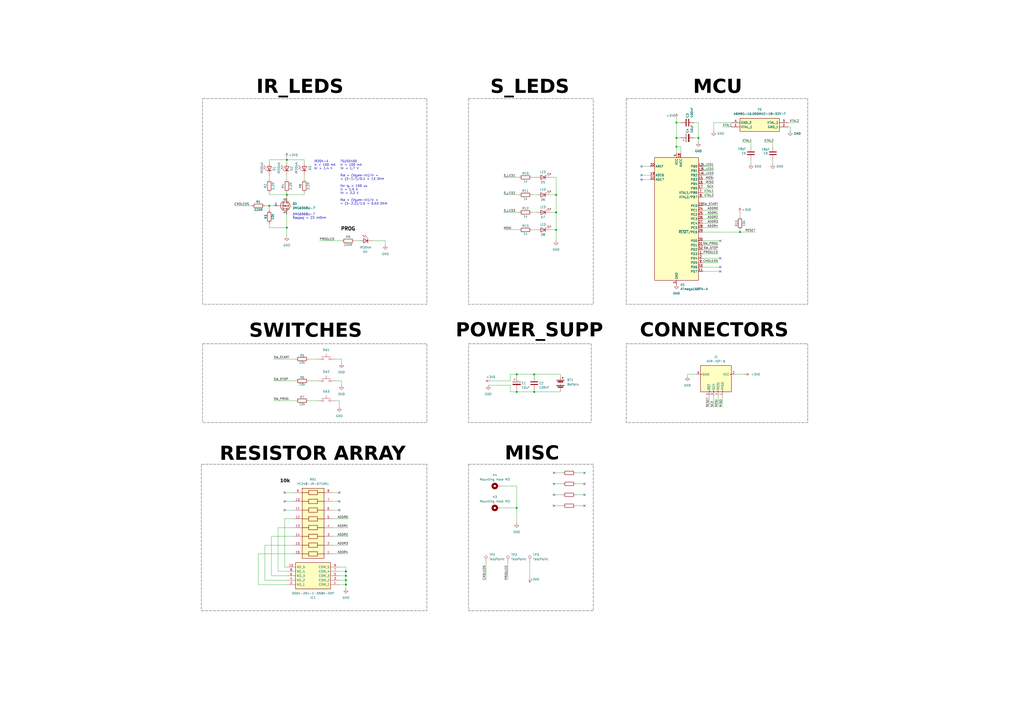
<source format=kicad_sch>
(kicad_sch (version 20231120) (generator "eeschema") (generator_version "8.0")
  (paper "A2")
  (title_block (title "RC5_Remote_Starter") (company "SPŠ NA PROSEKU") (comment 1 "SAVVA POPOV") (comment 2 "2EA") (comment 3 "L1"))
  (lib_symbols
    (symbol "Connector:AVR-ISP-6" (pin_names (offset 1.016))
      (property "Reference" "J" (at -6.35 11.43 0))
      (property "Value" "AVR-ISP-6" (at 0 11.43 0))
      (symbol "AVR-ISP-6_1_1"
        (pin passive line (at 10.16 5.08 180) (length 2.54) (name "MISO") (number "1"))
        (pin passive line (at -2.54 12.7 270) (length 2.54) (name "VCC") (number "2"))
        (pin passive line (at 10.16 0 180) (length 2.54) (name "SCK") (number "3"))
        (pin passive line (at 10.16 2.54 180) (length 2.54) (name "MOSI") (number "4"))
        (pin passive line (at 10.16 -2.54 180) (length 2.54) (name "~{RST}") (number "5"))
        (pin passive line (at -2.54 -10.16 90) (length 2.54) (name "GND") (number "6"))
      )
    )
    (symbol "Connector:TestPoint" (pin_numbers hide) (pin_names (offset 0.762) hide)
      (property "Reference" "TP" (at 0 6.858 0))
      (property "Value" "TestPoint" (at 0 5.08 0))
      (symbol "TestPoint_1_1"
        (pin passive line (at 0 0 90) (length 2.54) (name "1") (number "1"))
      )
    )
    (symbol "Device:Battery" (pin_numbers hide) (pin_names (offset 0) hide)
      (property "Reference" "BT" (at 2.54 2.54 0))
      (property "Value" "Battery" (at 2.54 0 0))
      (symbol "Battery_1_1"
        (pin passive line (at 0 5.08 270) (length 2.54) (name "+") (number "1"))
        (pin passive line (at 0 -5.08 90) (length 2.54) (name "-") (number "2"))
      )
    )
    (symbol "Device:C" (pin_numbers hide) (pin_names (offset 0.254))
      (property "Reference" "C" (at 0.635 2.54 0))
      (property "Value" "C" (at 0.635 -2.54 0))
      (symbol "C_1_1"
        (pin passive line (at 0 3.81 270) (length 2.794) (name "~") (number "1"))
        (pin passive line (at 0 -3.81 90) (length 2.794) (name "~") (number "2"))
      )
    )
    (symbol "Device:C_Polarized" (pin_numbers hide) (pin_names (offset 0.254))
      (property "Reference" "C" (at 0.635 2.54 0))
      (property "Value" "C_Polarized" (at 0.635 -2.54 0))
      (symbol "C_Polarized_1_1"
        (pin passive line (at 0 3.81 270) (length 2.794) (name "~") (number "1"))
        (pin passive line (at 0 -3.81 90) (length 2.794) (name "~") (number "2"))
      )
    )
    (symbol "Device:LED" (pin_numbers hide) (pin_names (offset 1.016) hide)
      (property "Reference" "D" (at 0 2.54 0))
      (property "Value" "LED" (at 0 -2.54 0))
      (symbol "LED_1_1"
        (pin passive line (at -3.81 0 0) (length 2.54) (name "K") (number "1"))
        (pin passive line (at 3.81 0 180) (length 2.54) (name "A") (number "2"))
      )
    )
    (symbol "Device:R" (pin_numbers hide) (pin_names (offset 0))
      (property "Reference" "R" (at 2.032 0 90))
      (property "Value" "R" (at 0 0 90))
      (symbol "R_1_1"
        (pin passive line (at 0 3.81 270) (length 1.27) (name "~") (number "1"))
        (pin passive line (at 0 -3.81 90) (length 1.27) (name "~") (number "2"))
      )
    )
    (symbol "LED:IR204A" (pin_numbers hide) (pin_names (offset 1.016) hide)
      (property "Reference" "D" (at 0.508 1.778 0))
      (property "Value" "IR204A" (at -1.016 -2.794 0))
      (symbol "IR204A_1_1"
        (pin passive line (at -5.08 0 0) (length 2.54) (name "K") (number "1"))
        (pin passive line (at 2.54 0 180) (length 2.54) (name "A") (number "2"))
      )
    )
    (symbol "MCU_Microchip_ATmega:ATmega168PA-A"
      (property "Reference" "U" (at -12.7 36.83 0))
      (property "Value" "ATmega168PA-A" (at 2.54 -36.83 0))
      (symbol "ATmega168PA-A_1_1"
        (pin bidirectional line (at 15.24 -20.32 180) (length 2.54) (name "PD3") (number "1"))
        (pin bidirectional line (at 15.24 -27.94 180) (length 2.54) (name "PD6") (number "10"))
        (pin bidirectional line (at 15.24 -30.48 180) (length 2.54) (name "PD7") (number "11"))
        (pin bidirectional line (at 15.24 30.48 180) (length 2.54) (name "PB0") (number "12"))
        (pin bidirectional line (at 15.24 27.94 180) (length 2.54) (name "PB1") (number "13"))
        (pin bidirectional line (at 15.24 25.4 180) (length 2.54) (name "PB2") (number "14"))
        (pin bidirectional line (at 15.24 22.86 180) (length 2.54) (name "PB3") (number "15"))
        (pin bidirectional line (at 15.24 20.32 180) (length 2.54) (name "PB4") (number "16"))
        (pin bidirectional line (at 15.24 17.78 180) (length 2.54) (name "PB5") (number "17"))
        (pin power_in line (at 2.54 38.1 270) (length 2.54) (name "AVCC") (number "18"))
        (pin input line (at -15.24 25.4 0) (length 2.54) (name "ADC6") (number "19"))
        (pin bidirectional line (at 15.24 -22.86 180) (length 2.54) (name "PD4") (number "2"))
        (pin passive line (at -15.24 30.48 0) (length 2.54) (name "AREF") (number "20"))
        (pin passive line (at 0 -38.1 90) (length 2.54) hide (name "GND") (number "21"))
        (pin input line (at -15.24 22.86 0) (length 2.54) (name "ADC7") (number "22"))
        (pin bidirectional line (at 15.24 7.62 180) (length 2.54) (name "PC0") (number "23"))
        (pin bidirectional line (at 15.24 5.08 180) (length 2.54) (name "PC1") (number "24"))
        (pin bidirectional line (at 15.24 2.54 180) (length 2.54) (name "PC2") (number "25"))
        (pin bidirectional line (at 15.24 0 180) (length 2.54) (name "PC3") (number "26"))
        (pin bidirectional line (at 15.24 -2.54 180) (length 2.54) (name "PC4") (number "27"))
        (pin bidirectional line (at 15.24 -5.08 180) (length 2.54) (name "PC5") (number "28"))
        (pin bidirectional line (at 15.24 -7.62 180) (length 2.54) (name "~{RESET}/PC6") (number "29"))
        (pin power_in line (at 0 -38.1 90) (length 2.54) (name "GND") (number "3"))
        (pin bidirectional line (at 15.24 -12.7 180) (length 2.54) (name "PD0") (number "30"))
        (pin bidirectional line (at 15.24 -15.24 180) (length 2.54) (name "PD1") (number "31"))
        (pin bidirectional line (at 15.24 -17.78 180) (length 2.54) (name "PD2") (number "32"))
        (pin power_in line (at 0 38.1 270) (length 2.54) (name "VCC") (number "4"))
        (pin passive line (at 0 -38.1 90) (length 2.54) hide (name "GND") (number "5"))
        (pin passive line (at 0 38.1 270) (length 2.54) hide (name "VCC") (number "6"))
        (pin bidirectional line (at 15.24 15.24 180) (length 2.54) (name "XTAL1/PB6") (number "7"))
        (pin bidirectional line (at 15.24 12.7 180) (length 2.54) (name "XTAL2/PB7") (number "8"))
        (pin bidirectional line (at 15.24 -25.4 180) (length 2.54) (name "PD5") (number "9"))
      )
    )
    (symbol "Mechanical:MountingHole_Pad" (pin_numbers hide) (pin_names (offset 1.016) hide) (exclude_from_sim yes) (in_bom no)
      (property "Reference" "H" (at 0 6.35 0))
      (property "Value" "MountingHole_Pad" (at 0 4.445 0))
      (symbol "MountingHole_Pad_1_1"
        (pin input line (at 0 -2.54 90) (length 2.54) (name "1") (number "1"))
      )
    )
    (symbol "SUMEC:ABM8G-16.000MHZ-18-D2Y-T"
      (property "Reference" "Y" (at 29.21 7.62 0))
      (property "Value" "ABM8G-16.000MHZ-18-D2Y-T" (at 29.21 5.08 0))
      (symbol "ABM8G-16.000MHZ-18-D2Y-T_1_1"
        (pin passive line (at 0 -2.54 0) (length 5.08) (name "XTAL_1") (number "1"))
        (pin passive line (at 33.02 -2.54 180) (length 5.08) (name "GND_1") (number "2"))
        (pin passive line (at 33.02 0 180) (length 5.08) (name "XTAL_2") (number "3"))
        (pin passive line (at 0 0 0) (length 5.08) (name "GND_2") (number "4"))
      )
    )
    (symbol "SUMEC:DS04-254-1-05BK-SMT"
      (property "Reference" "IC" (at 26.67 7.62 0))
      (property "Value" "DS04-254-1-05BK-SMT" (at 26.67 5.08 0))
      (symbol "DS04-254-1-05BK-SMT_1_1"
        (pin passive line (at 0 0 0) (length 5.08) (name "COM_1") (number "1"))
        (pin passive line (at 30.48 -10.16 180) (length 5.08) (name "NO_5") (number "10"))
        (pin passive line (at 30.48 0 180) (length 5.08) (name "NO_1") (number "2"))
        (pin passive line (at 0 -2.54 0) (length 5.08) (name "COM_2") (number "3"))
        (pin passive line (at 30.48 -2.54 180) (length 5.08) (name "NO_2") (number "4"))
        (pin passive line (at 0 -5.08 0) (length 5.08) (name "COM_3") (number "5"))
        (pin passive line (at 30.48 -5.08 180) (length 5.08) (name "NO_3") (number "6"))
        (pin passive line (at 0 -7.62 0) (length 5.08) (name "COM_4") (number "7"))
        (pin passive line (at 30.48 -7.62 180) (length 5.08) (name "NO_4") (number "8"))
        (pin passive line (at 0 -10.16 0) (length 5.08) (name "COM_5") (number "9"))
      )
    )
    (symbol "SUMEC:YC248-JR-0710KL" (pin_names hide)
      (property "Reference" "RN" (at 25.908 -2.54 0))
      (property "Value" "YC248-JR-0710KL" (at 25.908 -5.08 0))
      (symbol "YC248-JR-0710KL_1_1"
        (pin passive line (at 7.62 -15.24 90) (length 5.08) (name "1") (number "1"))
        (pin passive line (at 38.1 7.62 270) (length 5.08) (name "10") (number "10"))
        (pin passive line (at 33.02 7.62 270) (length 5.08) (name "11") (number "11"))
        (pin passive line (at 27.94 7.62 270) (length 5.08) (name "12") (number "12"))
        (pin passive line (at 22.86 7.62 270) (length 5.08) (name "13") (number "13"))
        (pin passive line (at 17.78 7.62 270) (length 5.08) (name "14") (number "14"))
        (pin passive line (at 12.7 7.62 270) (length 5.08) (name "15") (number "15"))
        (pin passive line (at 7.62 7.62 270) (length 5.08) (name "16") (number "16"))
        (pin passive line (at 12.7 -15.24 90) (length 5.08) (name "2") (number "2"))
        (pin passive line (at 17.78 -15.24 90) (length 5.08) (name "3") (number "3"))
        (pin passive line (at 22.86 -15.24 90) (length 5.08) (name "4") (number "4"))
        (pin passive line (at 27.94 -15.24 90) (length 5.08) (name "5") (number "5"))
        (pin passive line (at 33.02 -15.24 90) (length 5.08) (name "6") (number "6"))
        (pin passive line (at 38.1 -15.24 90) (length 5.08) (name "7") (number "7"))
        (pin passive line (at 43.18 -15.24 90) (length 5.08) (name "8") (number "8"))
        (pin passive line (at 43.18 7.62 270) (length 5.08) (name "9") (number "9"))
      )
    )
    (symbol "Simulation_SPICE:NMOS" (pin_numbers hide) (pin_names (offset 0))
      (property "Reference" "Q" (at 5.08 1.27 0))
      (property "Value" "NMOS" (at 5.08 -1.27 0))
      (symbol "NMOS_1_1"
        (pin passive line (at 2.54 5.08 270) (length 2.54) (name "D") (number "1"))
        (pin input line (at -5.08 0 0) (length 2.54) (name "G") (number "2"))
        (pin passive line (at 2.54 -5.08 90) (length 2.54) (name "S") (number "3"))
      )
    )
    (symbol "Switch:SW_Push" (pin_numbers hide) (pin_names (offset 1.016) hide)
      (property "Reference" "SW" (at 1.27 2.54 0))
      (property "Value" "SW_Push" (at 0 -1.524 0))
      (symbol "SW_Push_0_1"
        (pin passive line (at -5.08 0 0) (length 2.54) (name "1") (number "1"))
        (pin passive line (at 5.08 0 180) (length 2.54) (name "2") (number "2"))
      )
    )
    (symbol "power:+3V0" (power) (pin_numbers hide) (pin_names (offset 0) hide)
      (property "Value" "+3V0" (at 0 3.556 0))
      (symbol "+3V0_1_1"
        (pin power_in line (at 0 0 90) (length 0) (name "~") (number "1"))
      )
    )
    (symbol "power:GND" (power) (pin_numbers hide) (pin_names (offset 0) hide)
      (property "Value" "GND" (at 0 -3.81 0))
      (symbol "GND_1_1"
        (pin power_in line (at 0 0 270) (length 0) (name "~") (number "1"))
      )
    )
  )
  (junction (at 200.66 336.55))
  (junction (at 156.21 119.38))
  (junction (at 309.88 217.17))
  (junction (at 392.43 85.09))
  (junction (at 200.66 331.47))
  (junction (at 309.88 227.33))
  (junction (at 166.37 113.03))
  (junction (at 392.43 80.01))
  (junction (at 322.58 113.03))
  (junction (at 166.37 132.08))
  (junction (at 200.66 334.01))
  (junction (at 299.72 217.17))
  (junction (at 392.43 71.12))
  (junction (at 299.72 294.64))
  (junction (at 429.26 134.62))
  (junction (at 405.13 80.01))
  (junction (at 166.37 92.71))
  (junction (at 322.58 123.19))
  (junction (at 200.66 339.09))
  (junction (at 299.72 227.33))
  (junction (at 322.58 133.35))
  (no_connect (at 321.31 293.37))
  (no_connect (at 321.31 280.67))
  (no_connect (at 321.31 274.32))
  (no_connect (at 196.85 285.75))
  (no_connect (at 417.83 154.94))
  (no_connect (at 339.09 293.37))
  (no_connect (at 196.85 295.91))
  (no_connect (at 165.1 285.75))
  (no_connect (at 372.11 101.6))
  (no_connect (at 165.1 290.83))
  (no_connect (at 165.1 295.91))
  (no_connect (at 339.09 280.67))
  (no_connect (at 339.09 274.32))
  (no_connect (at 417.83 149.86))
  (no_connect (at 196.85 290.83))
  (no_connect (at 372.11 104.14))
  (no_connect (at 372.11 96.52))
  (no_connect (at 417.83 139.7))
  (no_connect (at 417.83 157.48))
  (no_connect (at 339.09 287.02))
  (no_connect (at 321.31 287.02))
  (wire (pts (xy 309.88 227.33) (xy 325.12 227.33)) (stroke (width 0.1524)))
  (wire (pts (xy 308.61 123.19) (xy 309.88 123.19)))
  (wire (pts (xy 372.11 101.6) (xy 377.19 101.6)))
  (wire (pts (xy 223.52 139.7) (xy 223.52 142.24)) (stroke (width 0.1524)))
  (wire (pts (xy 281.94 326.39) (xy 281.94 336.55)))
  (wire (pts (xy 417.83 154.94) (xy 407.67 154.94)))
  (wire (pts (xy 283.21 223.52) (xy 295.91 223.52)) (stroke (width 0.1524)))
  (wire (pts (xy 166.37 336.55) (xy 153.67 336.55)))
  (wire (pts (xy 318.77 102.87) (xy 322.58 102.87)) (stroke (width 0.1524)))
  (wire (pts (xy 448.31 82.55) (xy 448.31 85.09)))
  (wire (pts (xy 407.67 104.14) (xy 414.02 104.14)))
  (wire (pts (xy 407.67 121.92) (xy 416.56 121.92)))
  (wire (pts (xy 165.1 295.91) (xy 170.18 295.91)))
  (wire (pts (xy 153.67 336.55) (xy 153.67 316.23)))
  (wire (pts (xy 193.04 316.23) (xy 201.93 316.23)))
  (wire (pts (xy 308.61 113.03) (xy 309.88 113.03)))
  (wire (pts (xy 321.31 280.67) (xy 326.39 280.67)))
  (wire (pts (xy 157.48 311.15) (xy 170.18 311.15)))
  (wire (pts (xy 443.23 82.55) (xy 448.31 82.55)))
  (wire (pts (xy 166.37 132.08) (xy 166.37 124.46)) (stroke (width 0.1524)))
  (wire (pts (xy 339.09 287.02) (xy 334.01 287.02)))
  (wire (pts (xy 392.43 71.12) (xy 394.97 71.12)))
  (wire (pts (xy 414.02 229.87) (xy 414.02 236.22)))
  (wire (pts (xy 171.45 208.28) (xy 158.75 208.28)) (stroke (width 0.1524)))
  (wire (pts (xy 166.37 328.93) (xy 165.1 328.93)))
  (wire (pts (xy 166.37 92.71) (xy 176.53 92.71)))
  (wire (pts (xy 161.29 306.07) (xy 170.18 306.07)))
  (wire (pts (xy 322.58 113.03) (xy 322.58 123.19)) (stroke (width 0.1524)))
  (wire (pts (xy 299.72 217.17) (xy 299.72 218.44)))
  (wire (pts (xy 295.91 227.33) (xy 299.72 227.33)) (stroke (width 0.1524)))
  (wire (pts (xy 429.26 133.35) (xy 429.26 134.62)))
  (wire (pts (xy 166.37 334.01) (xy 157.48 334.01)))
  (wire (pts (xy 392.43 71.12) (xy 392.43 80.01)))
  (wire (pts (xy 176.53 101.6) (xy 176.53 104.14)))
  (wire (pts (xy 185.42 139.7) (xy 198.12 139.7)))
  (wire (pts (xy 179.07 232.41) (xy 181.61 232.41)))
  (wire (pts (xy 299.72 281.94) (xy 299.72 294.64)))
  (wire (pts (xy 200.66 331.47) (xy 200.66 328.93)))
  (wire (pts (xy 166.37 339.09) (xy 149.86 339.09)))
  (wire (pts (xy 407.67 99.06) (xy 414.02 99.06)))
  (wire (pts (xy 411.48 229.87) (xy 411.48 236.22)))
  (wire (pts (xy 179.07 208.28) (xy 184.15 208.28)))
  (wire (pts (xy 407.67 111.76) (xy 414.02 111.76)))
  (wire (pts (xy 407.67 127) (xy 416.56 127)))
  (wire (pts (xy 398.78 217.17) (xy 398.78 218.44)))
  (wire (pts (xy 405.13 71.12) (xy 402.59 71.12)))
  (wire (pts (xy 407.67 124.46) (xy 416.56 124.46)))
  (wire (pts (xy 165.1 290.83) (xy 170.18 290.83)))
  (wire (pts (xy 198.12 208.28) (xy 194.31 208.28)) (stroke (width 0.1524)))
  (wire (pts (xy 200.66 336.55) (xy 196.85 336.55)))
  (wire (pts (xy 407.67 96.52) (xy 414.02 96.52)))
  (wire (pts (xy 166.37 91.44) (xy 166.37 92.71)))
  (wire (pts (xy 407.67 134.62) (xy 429.26 134.62)))
  (wire (pts (xy 176.53 92.71) (xy 176.53 93.98)))
  (wire (pts (xy 339.09 274.32) (xy 334.01 274.32)))
  (wire (pts (xy 402.59 80.01) (xy 405.13 80.01)))
  (wire (pts (xy 299.72 227.33) (xy 309.88 227.33)) (stroke (width 0.1524)))
  (wire (pts (xy 405.13 71.12) (xy 405.13 80.01)))
  (wire (pts (xy 407.67 129.54) (xy 416.56 129.54)))
  (wire (pts (xy 311.15 102.87) (xy 309.88 102.87)) (stroke (width 0.1524)))
  (wire (pts (xy 394.97 88.9) (xy 394.97 85.09)))
  (wire (pts (xy 458.47 73.66) (xy 457.2 73.66)))
  (wire (pts (xy 407.67 119.38) (xy 416.56 119.38)))
  (wire (pts (xy 394.97 80.01) (xy 392.43 80.01)))
  (wire (pts (xy 392.43 80.01) (xy 392.43 85.09)))
  (wire (pts (xy 407.67 144.78) (xy 416.56 144.78)))
  (wire (pts (xy 394.97 85.09) (xy 392.43 85.09)))
  (wire (pts (xy 158.75 232.41) (xy 171.45 232.41)) (stroke (width 0.1524)))
  (wire (pts (xy 431.8 217.17) (xy 426.72 217.17)))
  (wire (pts (xy 417.83 139.7) (xy 407.67 139.7)))
  (wire (pts (xy 196.85 339.09) (xy 200.66 339.09)))
  (wire (pts (xy 392.43 85.09) (xy 392.43 88.9)))
  (wire (pts (xy 200.66 341.63) (xy 200.66 339.09)))
  (wire (pts (xy 198.12 208.28) (xy 198.12 210.82)) (stroke (width 0.1524)))
  (wire (pts (xy 407.67 132.08) (xy 416.56 132.08)))
  (wire (pts (xy 299.72 217.17) (xy 309.88 217.17)) (stroke (width 0.1524)))
  (wire (pts (xy 318.77 133.35) (xy 322.58 133.35)) (stroke (width 0.1524)))
  (wire (pts (xy 407.67 101.6) (xy 414.02 101.6)))
  (wire (pts (xy 372.11 96.52) (xy 377.19 96.52)))
  (wire (pts (xy 205.74 139.7) (xy 207.01 139.7)))
  (wire (pts (xy 429.26 123.19) (xy 429.26 125.73)))
  (wire (pts (xy 200.66 334.01) (xy 196.85 334.01)))
  (wire (pts (xy 166.37 331.47) (xy 161.29 331.47)))
  (wire (pts (xy 158.75 220.98) (xy 171.45 220.98)))
  (wire (pts (xy 200.66 339.09) (xy 200.66 336.55)))
  (wire (pts (xy 392.43 68.58) (xy 392.43 71.12)))
  (wire (pts (xy 405.13 82.55) (xy 405.13 80.01)))
  (wire (pts (xy 419.1 229.87) (xy 419.1 236.22)))
  (wire (pts (xy 309.88 226.06) (xy 309.88 227.33)))
  (wire (pts (xy 156.21 119.38) (xy 156.21 121.92)) (stroke (width 0.1524)))
  (wire (pts (xy 339.09 280.67) (xy 334.01 280.67)))
  (wire (pts (xy 308.61 102.87) (xy 309.88 102.87)))
  (wire (pts (xy 414.02 71.12) (xy 414.02 76.2)))
  (wire (pts (xy 165.1 328.93) (xy 165.1 300.99)))
  (wire (pts (xy 200.66 334.01) (xy 200.66 331.47)))
  (wire (pts (xy 156.21 92.71) (xy 166.37 92.71)))
  (wire (pts (xy 194.31 232.41) (xy 196.85 232.41)) (stroke (width 0.1524)))
  (wire (pts (xy 179.07 220.98) (xy 184.15 220.98)))
  (wire (pts (xy 166.37 113.03) (xy 156.21 113.03)))
  (wire (pts (xy 307.34 335.28) (xy 307.34 326.39)))
  (wire (pts (xy 417.83 149.86) (xy 407.67 149.86)))
  (wire (pts (xy 398.78 217.17) (xy 403.86 217.17)))
  (wire (pts (xy 318.77 123.19) (xy 322.58 123.19)) (stroke (width 0.1524)))
  (wire (pts (xy 435.61 82.55) (xy 435.61 85.09)))
  (wire (pts (xy 215.9 139.7) (xy 223.52 139.7)) (stroke (width 0.1524)))
  (wire (pts (xy 193.04 321.31) (xy 201.93 321.31)))
  (wire (pts (xy 156.21 129.54) (xy 156.21 132.08)))
  (wire (pts (xy 309.88 217.17) (xy 309.88 218.44)))
  (wire (pts (xy 290.83 281.94) (xy 299.72 281.94)))
  (wire (pts (xy 153.67 119.38) (xy 156.21 119.38)) (stroke (width 0.1524)))
  (wire (pts (xy 193.04 311.15) (xy 201.93 311.15)))
  (wire (pts (xy 416.56 229.87) (xy 416.56 236.22)))
  (wire (pts (xy 414.02 114.3) (xy 407.67 114.3)))
  (wire (pts (xy 322.58 102.87) (xy 322.58 113.03)) (stroke (width 0.1524)))
  (wire (pts (xy 322.58 123.19) (xy 322.58 133.35)) (stroke (width 0.1524)))
  (wire (pts (xy 339.09 293.37) (xy 334.01 293.37)))
  (wire (pts (xy 196.85 232.41) (xy 196.85 236.22)) (stroke (width 0.1524)))
  (wire (pts (xy 166.37 111.76) (xy 166.37 113.03)))
  (wire (pts (xy 299.72 123.19) (xy 292.1 123.19)) (stroke (width 0.1524)))
  (wire (pts (xy 321.31 293.37) (xy 326.39 293.37)))
  (wire (pts (xy 156.21 132.08) (xy 166.37 132.08)) (stroke (width 0.1524)))
  (wire (pts (xy 407.67 152.4) (xy 416.56 152.4)))
  (wire (pts (xy 156.21 119.38) (xy 158.75 119.38)) (stroke (width 0.1524)))
  (wire (pts (xy 208.28 139.7) (xy 207.01 139.7)) (stroke (width 0.1524)))
  (wire (pts (xy 290.83 294.64) (xy 299.72 294.64)))
  (wire (pts (xy 181.61 232.41) (xy 184.15 232.41)) (stroke (width 0.1524)))
  (wire (pts (xy 322.58 133.35) (xy 322.58 139.7)) (stroke (width 0.1524)))
  (wire (pts (xy 407.67 142.24) (xy 416.56 142.24)))
  (wire (pts (xy 299.72 133.35) (xy 292.1 133.35)) (stroke (width 0.1524)))
  (wire (pts (xy 299.72 226.06) (xy 299.72 227.33)))
  (wire (pts (xy 407.67 109.22) (xy 414.02 109.22)))
  (wire (pts (xy 299.72 102.87) (xy 292.1 102.87)) (stroke (width 0.1524)))
  (wire (pts (xy 429.26 134.62) (xy 438.15 134.62)))
  (wire (pts (xy 153.67 316.23) (xy 170.18 316.23)))
  (wire (pts (xy 156.21 93.98) (xy 156.21 92.71)))
  (wire (pts (xy 196.85 285.75) (xy 193.04 285.75)))
  (wire (pts (xy 176.53 113.03) (xy 166.37 113.03)))
  (wire (pts (xy 156.21 101.6) (xy 156.21 104.14)))
  (wire (pts (xy 196.85 295.91) (xy 193.04 295.91)))
  (wire (pts (xy 414.02 71.12) (xy 424.18 71.12)))
  (wire (pts (xy 193.04 300.99) (xy 201.93 300.99)))
  (wire (pts (xy 463.55 71.12) (xy 457.2 71.12)))
  (wire (pts (xy 458.47 73.66) (xy 458.47 76.2)))
  (wire (pts (xy 299.72 113.03) (xy 300.99 113.03)))
  (wire (pts (xy 295.91 223.52) (xy 295.91 227.33)) (stroke (width 0.1524)))
  (wire (pts (xy 419.1 73.66) (xy 424.18 73.66)))
  (wire (pts (xy 299.72 294.64) (xy 299.72 303.53)))
  (wire (pts (xy 321.31 287.02) (xy 326.39 287.02)))
  (wire (pts (xy 299.72 133.35) (xy 300.99 133.35)))
  (wire (pts (xy 149.86 321.31) (xy 170.18 321.31)))
  (wire (pts (xy 166.37 137.16) (xy 166.37 132.08)))
  (wire (pts (xy 200.66 336.55) (xy 200.66 334.01)))
  (wire (pts (xy 299.72 113.03) (xy 292.1 113.03)) (stroke (width 0.1524)))
  (wire (pts (xy 200.66 328.93) (xy 196.85 328.93)))
  (wire (pts (xy 311.15 123.19) (xy 309.88 123.19)) (stroke (width 0.1524)))
  (wire (pts (xy 198.12 220.98) (xy 194.31 220.98)) (stroke (width 0.1524)))
  (wire (pts (xy 176.53 111.76) (xy 176.53 113.03)))
  (wire (pts (xy 309.88 217.17) (xy 325.12 217.17)) (stroke (width 0.1524)))
  (wire (pts (xy 430.53 82.55) (xy 435.61 82.55)))
  (wire (pts (xy 166.37 101.6) (xy 166.37 104.14)))
  (wire (pts (xy 157.48 334.01) (xy 157.48 311.15)))
  (wire (pts (xy 135.89 119.38) (xy 146.05 119.38)))
  (wire (pts (xy 165.1 300.99) (xy 170.18 300.99)))
  (wire (pts (xy 166.37 113.03) (xy 166.37 114.3)))
  (wire (pts (xy 294.64 326.39) (xy 294.64 336.55)))
  (wire (pts (xy 284.48 220.98) (xy 295.91 220.98)) (stroke (width 0.1524)))
  (wire (pts (xy 166.37 92.71) (xy 166.37 93.98)))
  (wire (pts (xy 156.21 111.76) (xy 156.21 113.03)))
  (wire (pts (xy 448.31 92.71) (xy 448.31 95.25)))
  (wire (pts (xy 372.11 104.14) (xy 377.19 104.14)))
  (wire (pts (xy 321.31 274.32) (xy 326.39 274.32)))
  (wire (pts (xy 198.12 220.98) (xy 198.12 223.52)) (stroke (width 0.1524)))
  (wire (pts (xy 311.15 113.03) (xy 309.88 113.03)) (stroke (width 0.1524)))
  (wire (pts (xy 161.29 331.47) (xy 161.29 306.07)))
  (wire (pts (xy 200.66 331.47) (xy 196.85 331.47)))
  (wire (pts (xy 407.67 147.32) (xy 416.56 147.32)))
  (wire (pts (xy 149.86 339.09) (xy 149.86 321.31)))
  (wire (pts (xy 318.77 113.03) (xy 322.58 113.03)) (stroke (width 0.1524)))
  (wire (pts (xy 435.61 92.71) (xy 435.61 95.25)))
  (wire (pts (xy 299.72 102.87) (xy 300.99 102.87)))
  (wire (pts (xy 308.61 133.35) (xy 311.15 133.35)) (stroke (width 0.1524)))
  (wire (pts (xy 295.91 217.17) (xy 299.72 217.17)) (stroke (width 0.1524)))
  (wire (pts (xy 165.1 285.75) (xy 170.18 285.75)))
  (wire (pts (xy 299.72 123.19) (xy 300.99 123.19)))
  (wire (pts (xy 193.04 306.07) (xy 201.93 306.07)))
  (wire (pts (xy 196.85 290.83) (xy 193.04 290.83)))
  (wire (pts (xy 407.67 106.68) (xy 414.02 106.68)))
  (wire (pts (xy 417.83 157.48) (xy 407.67 157.48)))
  (wire (pts (xy 295.91 220.98) (xy 295.91 217.17)) (stroke (width 0.1524)))
  (rectangle (start 117.475 57.15) (end 247.65 176.53) (stroke (width 0) (type dash) (color 0 0 0 1)))
  (rectangle (start 117.475 199.39) (end 247.65 245.11) (stroke (width 0) (type dash) (color 0 0 0 1)))
  (rectangle (start 271.78 199.39) (end 342.9 245.11) (stroke (width 0) (type dash) (color 0 0 0 1)))
  (rectangle (start 271.78 269.24) (end 344.17 354.33) (stroke (width 0) (type dash) (color 0 0 0 1)))
  (rectangle (start 116.84 269.24) (end 247.65 354.33) (stroke (width 0) (type dash) (color 0 0 0 1)))
  (rectangle (start 363.22 199.39) (end 468.63 245.11) (stroke (width 0) (type dash) (color 0 0 0 1)))
  (rectangle (start 271.78 57.15) (end 344.17 176.53) (stroke (width 0) (type dash) (color 0 0 0 1)))
  (rectangle (start 363.22 57.15) (end 468.63 176.53) (stroke (width 0) (type dash) (color 0 0 0 1)))
  (text "MISC" (at 308.61 265.43 0) (effects (font (size 8 8) (thickness 1.2) (bold yes))))
  (text "MCU" (at 416.306 52.832 0) (effects (font (size 8 8) (thickness 1.2) (bold yes))))
  (text "IR204-A\nI_{F} = 100 mA\nV_{F} = 1.4 V" (at 182.118 92.964 0) (effects (font (size 1.27 1.27)) (justify left top)))
  (text "SWITCHES" (at 177.292 194.31 0) (effects (font (size 8 8) (thickness 1.2) (bold yes))))
  (text "10k" (at 165.354 279.654 0) (effects (font (size 2 2) (thickness 0.4) (bold yes))))
  (text "POWER_SUPP" (at 307.086 194.056 0) (effects (font (size 8 8) (thickness 1.2) (bold yes))))
  (text "RESISTOR ARRAY" (at 181.356 265.684 0) (effects (font (size 8 8) (thickness 1.2) (bold yes))))
  (text "TSUS5400\nI_{F} = 100 mA\nV_{F} = 1.7 V\n\nR_{IR} = (V_{SUPP}-V_{F})/I_{F} =\n= (3-1.7)/0.1 = 13 Ohm\n\nfor t_{p} < 100 us\nI_{F} = 1.5 A\nV_{F} = 2.2 V\n\nR_{IR} = (V_{SUPP}-V_{F})/I_{F} =\n= (3-2.2)/1.5 = 0.53 Ohm\n" (at 197.358 92.964 0) (effects (font (size 1.27 1.27)) (justify left top)))
  (text "S_LEDS" (at 307.34 52.832 0) (effects (font (size 8 8) (thickness 1.2) (bold yes))))
  (text "CONNECTORS" (at 414.274 194.056 0) (effects (font (size 8 8) (thickness 1.2) (bold yes))))
  (text "IR_LEDS" (at 173.99 52.832 0) (effects (font (size 8 8) (thickness 1.2) (bold yes))))
  (text "PROG" (at 201.93 132.842 0) (effects (font (size 2 2) (bold yes))))
  (text "DMG6968U-7\nR_{DS(ON)} = 23 mOhm" (at 169.672 123.698 0) (effects (font (size 1.27 1.27)) (justify left top)))
  (label "MISO" (at 419.1 236.22 90) (effects (font (size 1.2446 1.2446))))
  (label "XTAL1" (at 414.02 111.76 180) (effects (font (size 1.2446 1.2446))))
  (label "MOSI" (at 416.56 236.22 90) (effects (font (size 1.2446 1.2446))))
  (label "XTAL2" (at 443.23 82.55 0) (effects (font (size 1.2446 1.2446))))
  (label "PROGLED" (at 185.42 139.7 0) (effects (font (size 1.2446 1.2446))))
  (label "CMDLEDS" (at 281.94 336.55 90) (effects (font (size 1.2446 1.2446))))
  (label "SW_PROG" (at 416.56 142.24 180) (effects (font (size 1.2446 1.2446))))
  (label "ADDR2" (at 416.56 127 180) (effects (font (size 1.2446 1.2446))))
  (label "S_LED1" (at 292.1 102.87 0) (effects (font (size 1.2446 1.2446))))
  (label "PROGLED" (at 294.64 336.55 90) (effects (font (size 1.2446 1.2446))))
  (label "SCK" (at 414.02 236.22 90) (effects (font (size 1.2446 1.2446))))
  (label "XTAL1" (at 419.1 73.66 0) (effects (font (size 1.2446 1.2446))))
  (label "ADDR0" (at 201.93 300.99 180) (effects (font (size 1.2446 1.2446))))
  (label "MOSI" (at 292.1 133.35 0) (effects (font (size 1.2446 1.2446))))
  (label "RESET" (at 438.15 134.62 180) (effects (font (size 1.2446 1.2446))))
  (label "SW_START" (at 158.75 208.28 0) (effects (font (size 1.2446 1.2446))))
  (label "MISO" (at 414.02 106.68 180) (effects (font (size 1.2446 1.2446))))
  (label "MOSI" (at 414.02 104.14 180) (effects (font (size 1.2446 1.2446))))
  (label "S_LED3" (at 292.1 123.19 0) (effects (font (size 1.2446 1.2446))))
  (label "XTAL2" (at 463.55 71.12 180) (effects (font (size 1.2446 1.2446))))
  (label "ADDR1" (at 416.56 124.46 180) (effects (font (size 1.2446 1.2446))))
  (label "SW_STOP" (at 158.75 220.98 0) (effects (font (size 1.2446 1.2446))))
  (label "RESET" (at 411.48 236.22 90) (effects (font (size 1.2446 1.2446))))
  (label "S_LED2" (at 292.1 113.03 0) (effects (font (size 1.2446 1.2446))))
  (label "SW_START" (at 416.56 119.38 180) (effects (font (size 1.2446 1.2446))))
  (label "S_LED3" (at 414.02 101.6 180) (effects (font (size 1.2446 1.2446))))
  (label "S_LED2" (at 414.02 99.06 180) (effects (font (size 1.2446 1.2446))))
  (label "ADDR3" (at 416.56 129.54 180) (effects (font (size 1.2446 1.2446))))
  (label "ADDR1" (at 201.93 306.07 180) (effects (font (size 1.2446 1.2446))))
  (label "ADDR2" (at 201.93 311.15 180) (effects (font (size 1.2446 1.2446))))
  (label "ADDR0" (at 416.56 121.92 180) (effects (font (size 1.2446 1.2446))))
  (label "CMDLEDS" (at 135.89 119.38 0) (effects (font (size 1.2446 1.2446))))
  (label "ADDR3" (at 201.93 316.23 180) (effects (font (size 1.2446 1.2446))))
  (label "PROGLED" (at 416.56 147.32 180) (effects (font (size 1.2446 1.2446))))
  (label "XTAL1" (at 430.53 82.55 0) (effects (font (size 1.2446 1.2446))))
  (label "XTAL2" (at 414.02 114.3 180) (effects (font (size 1.2446 1.2446))))
  (label "ADDR4" (at 416.56 132.08 180) (effects (font (size 1.2446 1.2446))))
  (label "CMDLEDS" (at 416.56 152.4 180) (effects (font (size 1.2446 1.2446))))
  (label "ADDR4" (at 201.93 321.31 180) (effects (font (size 1.2446 1.2446))))
  (label "SCK" (at 414.02 109.22 180) (effects (font (size 1.2446 1.2446))))
  (label "SW_PROG" (at 158.75 232.41 0) (effects (font (size 1.2446 1.2446))))
  (label "S_LED1" (at 414.02 96.52 180) (effects (font (size 1.2446 1.2446))))
  (label "SW_STOP" (at 416.56 144.78 180) (effects (font (size 1.2446 1.2446))))
  (symbol (lib_id "Device:C") (at 398.78 71.12 90) (unit 1)
    (property "Reference" "C3" (at 398.78 68.326 0) (effects (justify left)))
    (property "Value" "100nF" (at 401.32 68.326 0) (effects (justify left)))
    (property "Footprint" "Capacitor_SMD:C_0805_2012Metric_Pad1.18x1.45mm_HandSolder" (effects (hide yes)))
    (property "Description" "Unpolarized capacitor" (effects (hide yes)))
  )
  (symbol (lib_id "Device:R") (at 330.2 280.67 90) (unit 1)
    (property "Reference" "R16" (effects (hide yes)))
    (property "Value" "R" (effects (hide yes)))
    (property "Footprint" "sumec-smdV2_library:SPS LOGO" (effects (hide yes)))
    (property "Description" "Resistor" (effects (hide yes)))
  )
  (symbol (lib_id "power:GND") (at 223.52 142.24 0) (unit 1)
    (property "Reference" "#PWR07" (effects (hide yes)))
    (property "Value" "GND" (at 223.52 147.32 0))
    (property "Description" "Power symbol creates a global label with name \"GND\" , ground" (effects (hide yes)))
  )
  (symbol (lib_id "Connector:TestPoint") (at 307.34 326.39 0) (unit 1)
    (property "Reference" "TP3" (at 309.118 321.818 0) (effects (justify left)))
    (property "Value" "TestPoint" (at 309.118 324.358 0) (effects (justify left)))
    (property "Footprint" "TestPoint:TestPoint_Pad_D1.5mm" (effects (hide yes)))
    (property "Description" "test point" (effects (hide yes)))
  )
  (symbol (lib_id "power:GND") (at 392.43 165.1 0) (unit 1)
    (property "Reference" "#PWR012" (effects (hide yes)))
    (property "Value" "GND" (at 392.43 170.18 0))
    (property "Description" "Power symbol creates a global label with name \"GND\" , ground" (effects (hide yes)))
  )
  (symbol (lib_id "Connector:TestPoint") (at 281.94 326.39 0) (unit 1)
    (property "Reference" "TP1" (at 283.718 321.818 0) (effects (justify left)))
    (property "Value" "TestPoint" (at 283.718 324.358 0) (effects (justify left)))
    (property "Footprint" "TestPoint:TestPoint_Pad_D1.5mm" (effects (hide yes)))
    (property "Description" "test point" (effects (hide yes)))
  )
  (symbol (lib_id "power:GND") (at 322.58 139.7 0) (unit 1)
    (property "Reference" "#PWR010" (effects (hide yes)))
    (property "Value" "GND" (at 322.58 144.78 0))
    (property "Description" "Power symbol creates a global label with name \"GND\" , ground" (effects (hide yes)))
  )
  (symbol (lib_id "Switch:SW_Push") (at 189.23 232.41 0) (unit 1)
    (property "Reference" "SW3" (at 189.23 227.076 0))
    (property "Value" "SW_Push" (effects (hide yes)))
    (property "Footprint" "Button_Switch_THT:SW_PUSH_6mm" (effects (hide yes)))
    (property "Description" "Push button switch, generic, two pins" (effects (hide yes)))
  )
  (symbol (lib_id "LED:IR204A") (at 166.37 96.52 90) (unit 1)
    (property "Reference" "D2" (at 169.164 97.79 0))
    (property "Value" "IR204A" (at 161.798 97.536 0))
    (property "Footprint" "LED_THT:LED_D3.0mm_Horizontal_O3.81mm_Z10.0mm_flipped_no_silk" (effects (hide yes)))
    (property "Datasheet" "http://www.everlight.com/file/ProductFile/IR204-A.pdf" (effects (hide yes)))
    (property "Description" "Infrared LED , 3mm LED package" (effects (hide yes)))
  )
  (symbol (lib_id "Device:R") (at 175.26 220.98 90) (unit 1)
    (property "Reference" "R6" (at 175.26 218.948 90))
    (property "Value" "10k" (at 175.26 223.012 90))
    (property "Footprint" "Resistor_SMD:R_0805_2012Metric_Pad1.20x1.40mm_HandSolder" (effects (hide yes)))
    (property "Description" "Resistor" (effects (hide yes)))
  )
  (symbol (lib_id "Device:C_Polarized") (at 398.78 80.01 90) (unit 1)
    (property "Reference" "C4" (at 398.78 77.216 0) (effects (justify left)))
    (property "Value" "10uF" (at 401.32 77.216 0) (effects (justify left)))
    (property "Footprint" "Capacitor_Tantalum_SMD:CP_EIA-3216-18_Kemet-A_Pad1.58x1.35mm_HandSolder" (effects (hide yes)))
    (property "Description" "Polarized capacitor" (effects (hide yes)))
  )
  (symbol (lib_id "Device:R") (at 330.2 293.37 90) (unit 1)
    (property "Reference" "R18" (effects (hide yes)))
    (property "Value" "R" (effects (hide yes)))
    (property "Footprint" "sumec-smdV2_library:Logo" (effects (hide yes)))
    (property "Description" "Resistor" (effects (hide yes)))
  )
  (symbol (lib_id "power:GND") (at 299.72 303.53 0) (unit 1)
    (property "Reference" "#PWR021" (effects (hide yes)))
    (property "Value" "GND" (at 299.72 308.61 0))
    (property "Description" "Power symbol creates a global label with name \"GND\" , ground" (effects (hide yes)))
  )
  (symbol (lib_id "power:GND") (at 200.66 341.63 0) (unit 1)
    (property "Reference" "#PWR06" (effects (hide yes)))
    (property "Value" "GND" (at 200.66 346.71 0))
    (property "Description" "Power symbol creates a global label with name \"GND\" , ground" (effects (hide yes)))
  )
  (symbol (lib_id "power:GND") (at 448.31 95.25 0) (unit 1)
    (property "Reference" "#PWR019" (effects (hide yes)))
    (property "Value" "GND" (at 452.374 96.52 0))
    (property "Description" "Power symbol creates a global label with name \"GND\" , ground" (effects (hide yes)))
  )
  (symbol (lib_id "Device:LED") (at 314.96 102.87 180) (unit 1)
    (property "Reference" "D5" (at 314.96 105.664 0))
    (property "Value" "LED" (at 314.96 99.822 0))
    (property "Footprint" "LED_SMD:LED_0805_2012Metric_Pad1.15x1.40mm_HandSolder" (effects (hide yes)))
    (property "Description" "Light emitting diode" (effects (hide yes)))
  )
  (symbol (lib_id "power:GND") (at 414.02 76.2 0) (unit 1)
    (property "Reference" "#PWR015" (effects (hide yes)))
    (property "Value" "GND" (at 418.084 77.47 0))
    (property "Description" "Power symbol creates a global label with name \"GND\" , ground" (effects (hide yes)))
  )
  (symbol (lib_id "Mechanical:MountingHole_Pad") (at 288.29 281.94 90) (unit 1) (exclude_from_sim yes) (in_bom no)
    (property "Reference" "H4" (at 287.02 275.59 90))
    (property "Value" "Mounting Hole M3" (at 287.02 278.13 90))
    (property "Footprint" "MountingHole:MountingHole_3.2mm_M3_Pad_Via" (effects (hide yes)))
    (property "Description" "Mounting Hole with connection" (effects (hide yes)))
  )
  (symbol (lib_id "power:GND") (at 198.12 210.82 0) (unit 1)
    (property "Reference" "#PWR04" (effects (hide yes)))
    (property "Value" "GND" (at 198.12 215.9 0))
    (property "Description" "Power symbol creates a global label with name \"GND\" , ground" (effects (hide yes)))
  )
  (symbol (lib_id "Connector:AVR-ISP-6") (at 414.02 219.71 270) (unit 1)
    (property "Reference" "J1" (at 415.29 207.01 90))
    (property "Value" "AVR-ISP-6" (at 415.29 209.55 90))
    (property "Footprint" "Connector_PinHeader_2.54mm:PinHeader_2x03_P2.54mm_Vertical" (effects (hide yes)))
    (property "Datasheet" " ~" (effects (hide yes)))
    (property "Description" "Atmel 6-pin ISP connector" (effects (hide yes)))
  )
  (symbol (lib_id "LED:IR204A") (at 210.82 139.7 0) (mirror y) (unit 1)
    (property "Reference" "D4" (at 211.963 146.05 0))
    (property "Value" "IR204A" (at 211.963 143.51 0))
    (property "Footprint" "LED_THT:LED_D3.0mm_Horizontal_O3.81mm_Z10.0mm_flipped" (effects (hide yes)))
    (property "Datasheet" "http://www.everlight.com/file/ProductFile/IR204-A.pdf" (effects (hide yes)))
    (property "Description" "Infrared LED , 3mm LED package" (effects (hide yes)))
  )
  (symbol (lib_id "Device:R") (at 304.8 102.87 90) (unit 1)
    (property "Reference" "R10" (at 304.8 100.584 90))
    (property "Value" "1k" (at 304.8 105.156 90))
    (property "Footprint" "Resistor_SMD:R_0805_2012Metric_Pad1.20x1.40mm_HandSolder" (effects (hide yes)))
    (property "Description" "Resistor" (effects (hide yes)))
  )
  (symbol (lib_id "Device:R") (at 429.26 129.54 180) (unit 1)
    (property "Reference" "R15" (at 427.228 129.54 90))
    (property "Value" "10k" (at 431.546 129.54 90))
    (property "Footprint" "Resistor_SMD:R_0805_2012Metric_Pad1.20x1.40mm_HandSolder" (effects (hide yes)))
    (property "Description" "Resistor" (effects (hide yes)))
  )
  (symbol (lib_id "Device:C_Polarized") (at 299.72 222.25 0) (unit 1)
    (property "Reference" "C1" (at 302.514 222.25 0) (effects (justify left)))
    (property "Value" "10uF" (at 302.514 224.79 0) (effects (justify left)))
    (property "Footprint" "Capacitor_Tantalum_SMD:CP_EIA-3216-18_Kemet-A_Pad1.58x1.35mm_HandSolder" (effects (hide yes)))
    (property "Description" "Polarized capacitor" (effects (hide yes)))
  )
  (symbol (lib_id "Device:R") (at 330.2 287.02 90) (unit 1)
    (property "Reference" "R17" (effects (hide yes)))
    (property "Value" "R" (effects (hide yes)))
    (property "Footprint" "sumec-remote_library:boi" (effects (hide yes)))
    (property "Description" "Resistor" (effects (hide yes)))
  )
  (symbol (lib_id "Device:R") (at 149.86 119.38 90) (unit 1)
    (property "Reference" "R1" (at 149.86 117.094 90))
    (property "Value" "220R" (at 149.86 121.666 90))
    (property "Footprint" "Resistor_SMD:R_0805_2012Metric_Pad1.20x1.40mm_HandSolder" (effects (hide yes)))
    (property "Description" "Resistor" (effects (hide yes)))
  )
  (symbol (lib_id "Device:R") (at 201.93 139.7 90) (unit 1)
    (property "Reference" "R9" (at 201.93 137.414 90))
    (property "Value" "220R" (at 201.93 141.986 90))
    (property "Footprint" "Resistor_SMD:R_0805_2012Metric_Pad1.20x1.40mm_HandSolder" (effects (hide yes)))
    (property "Description" "Resistor" (effects (hide yes)))
  )
  (symbol (lib_id "Switch:SW_Push") (at 189.23 208.28 0) (unit 1)
    (property "Reference" "SW1" (at 189.23 202.946 0))
    (property "Value" "SW_Push" (effects (hide yes)))
    (property "Footprint" "Button_Switch_THT:SW_PUSH_6mm" (effects (hide yes)))
    (property "Description" "Push button switch, generic, two pins" (effects (hide yes)))
  )
  (symbol (lib_id "power:+3V0") (at 431.8 217.17 270) (unit 1)
    (property "Reference" "#PWR017" (effects (hide yes)))
    (property "Value" "+3V0" (at 435.61 217.1699 90) (effects (justify left)))
    (property "Description" "Power symbol creates a global label with name \"+3V0\"" (effects (hide yes)))
  )
  (symbol (lib_id "power:GND") (at 166.37 137.16 0) (unit 1)
    (property "Reference" "#PWR02" (effects (hide yes)))
    (property "Value" "GND" (at 166.37 142.24 0))
    (property "Description" "Power symbol creates a global label with name \"GND\" , ground" (effects (hide yes)))
  )
  (symbol (lib_id "Device:R") (at 156.21 125.73 180) (unit 1)
    (property "Reference" "R3" (at 154.178 125.73 90))
    (property "Value" "10k" (at 158.242 125.73 90))
    (property "Footprint" "Resistor_SMD:R_0805_2012Metric_Pad1.20x1.40mm_HandSolder" (effects (hide yes)))
    (property "Description" "Resistor" (effects (hide yes)))
  )
  (symbol (lib_id "power:GND") (at 398.78 218.44 0) (unit 1)
    (property "Reference" "#PWR013" (effects (hide yes)))
    (property "Value" "GND" (at 398.78 223.52 0))
    (property "Description" "Power symbol creates a global label with name \"GND\" , ground" (effects (hide yes)))
  )
  (symbol (lib_id "LED:IR204A") (at 156.21 96.52 90) (unit 1)
    (property "Reference" "D1" (at 159.004 97.79 0))
    (property "Value" "IR204A" (at 151.892 97.536 0))
    (property "Footprint" "LED_THT:LED_D3.0mm_Horizontal_O3.81mm_Z10.0mm_no_silk" (effects (hide yes)))
    (property "Datasheet" "http://www.everlight.com/file/ProductFile/IR204-A.pdf" (effects (hide yes)))
    (property "Description" "Infrared LED , 3mm LED package" (effects (hide yes)))
  )
  (symbol (lib_id "Device:R") (at 166.37 107.95 180) (unit 1)
    (property "Reference" "R4" (at 164.084 107.95 90))
    (property "Value" "2.2R" (at 168.656 107.95 90))
    (property "Footprint" "Resistor_SMD:R_0805_2012Metric_Pad1.20x1.40mm_HandSolder" (effects (hide yes)))
    (property "Description" "Resistor" (effects (hide yes)))
  )
  (symbol (lib_id "power:GND") (at 196.85 236.22 0) (unit 1)
    (property "Reference" "#PWR03" (effects (hide yes)))
    (property "Value" "GND" (at 196.85 241.3 0))
    (property "Description" "Power symbol creates a global label with name \"GND\" , ground" (effects (hide yes)))
  )
  (symbol (lib_id "Device:R") (at 156.21 107.95 180) (unit 1)
    (property "Reference" "R2" (at 153.924 107.95 90))
    (property "Value" "2.2R" (at 158.496 107.95 90))
    (property "Footprint" "Resistor_SMD:R_0805_2012Metric_Pad1.20x1.40mm_HandSolder" (effects (hide yes)))
    (property "Description" "Resistor" (effects (hide yes)))
  )
  (symbol (lib_id "power:GND") (at 458.47 76.2 0) (unit 1)
    (property "Reference" "#PWR020" (effects (hide yes)))
    (property "Value" "GND" (at 462.534 77.47 0))
    (property "Description" "Power symbol creates a global label with name \"GND\" , ground" (effects (hide yes)))
  )
  (symbol (lib_id "Mechanical:MountingHole_Pad") (at 288.29 294.64 90) (unit 1) (exclude_from_sim yes) (in_bom no)
    (property "Reference" "H3" (at 287.02 288.29 90))
    (property "Value" "Mounting Hole M3" (at 287.02 290.83 90))
    (property "Footprint" "MountingHole:MountingHole_3.2mm_M3_Pad_Via" (effects (hide yes)))
    (property "Description" "Mounting Hole with connection" (effects (hide yes)))
  )
  (symbol (lib_id "power:+3V0") (at 392.43 68.58 0) (unit 1)
    (property "Reference" "#PWR011" (effects (hide yes)))
    (property "Value" "+3V0" (at 389.128 67.056 0))
    (property "Description" "Power symbol creates a global label with name \"+3V0\"" (effects (hide yes)))
  )
  (symbol (lib_id "Device:R") (at 330.2 274.32 90) (unit 1)
    (property "Reference" "R14" (effects (hide yes)))
    (property "Value" "R" (effects (hide yes)))
    (property "Footprint" "sumec-remote_library:purosidenegative" (effects (hide yes)))
    (property "Description" "Resistor" (effects (hide yes)))
  )
  (symbol (lib_id "Device:LED") (at 314.96 133.35 180) (unit 1)
    (property "Reference" "D8" (at 314.96 136.144 0))
    (property "Value" "LED" (at 314.96 130.302 0))
    (property "Footprint" "LED_SMD:LED_0805_2012Metric_Pad1.15x1.40mm_HandSolder" (effects (hide yes)))
    (property "Description" "Light emitting diode" (effects (hide yes)))
  )
  (symbol (lib_id "Device:C") (at 309.88 222.25 0) (unit 1)
    (property "Reference" "C2" (at 312.674 222.25 0) (effects (justify left)))
    (property "Value" "100nF" (at 312.674 224.79 0) (effects (justify left)))
    (property "Footprint" "Capacitor_SMD:C_0805_2012Metric_Pad1.18x1.45mm_HandSolder" (effects (hide yes)))
    (property "Description" "Unpolarized capacitor" (effects (hide yes)))
  )
  (symbol (lib_id "power:GND") (at 435.61 95.25 0) (unit 1)
    (property "Reference" "#PWR018" (effects (hide yes)))
    (property "Value" "GND" (at 439.674 96.52 0))
    (property "Description" "Power symbol creates a global label with name \"GND\" , ground" (effects (hide yes)))
  )
  (symbol (lib_id "Device:R") (at 175.26 232.41 90) (unit 1)
    (property "Reference" "R7" (at 175.26 230.378 90))
    (property "Value" "10k" (at 175.26 234.442 90))
    (property "Footprint" "Resistor_SMD:R_0805_2012Metric_Pad1.20x1.40mm_HandSolder" (effects (hide yes)))
    (property "Description" "Resistor" (effects (hide yes)))
  )
  (symbol (lib_id "Device:C") (at 435.61 88.9 180) (unit 1)
    (property "Reference" "C5" (at 432.816 88.9 0) (effects (justify left)))
    (property "Value" "18pF" (at 432.816 86.36 0) (effects (justify left)))
    (property "Footprint" "Capacitor_SMD:C_0805_2012Metric_Pad1.18x1.45mm_HandSolder" (effects (hide yes)))
    (property "Description" "Unpolarized capacitor" (effects (hide yes)))
  )
  (symbol (lib_id "SUMEC:YC248-JR-0710KL") (at 177.8 328.93 90) (unit 1)
    (property "Reference" "RN1" (at 181.61 278.13 90))
    (property "Value" "YC248-JR-0710KL" (at 181.61 280.67 90))
    (property "Footprint" "sumec-remote_library:resistor_array" (effects (hide yes)))
    (property "Datasheet" "https://www.arrow.com/en/products/yc248-jr-0710kl/yageo?region=nac" (effects (hide yes)))
    (property "Description" "Resistor Networks & Arrays 10K 5% CONVEX SQUARE 8X0402" (effects (hide yes)))
    (property "Height" "0.55" (effects (hide yes)))
    (property "Mouser Part Number" "603-YC248-JR-0710KL" (effects (hide yes)))
    (property "Mouser Price/Stock" "https://www.mouser.co.uk/ProductDetail/YAGEO/YC248-JR-0710KL?qs=8cPjvKtxWv7XgZyJevtvWg%3D%3D" (effects (hide yes)))
    (property "Manufacturer_Name" "YAGEO" (effects (hide yes)))
    (property "Manufacturer_Part_Number" "YC248-JR-0710KL" (effects (hide yes)))
  )
  (symbol (lib_id "LED:IR204A") (at 176.53 96.52 90) (unit 1)
    (property "Reference" "D3" (at 179.832 97.536 0))
    (property "Value" "IR204A" (at 171.958 97.536 0))
    (property "Footprint" "LED_THT:LED_D3.0mm_Horizontal_O3.81mm_Z10.0mm_no_silk" (effects (hide yes)))
    (property "Datasheet" "http://www.everlight.com/file/ProductFile/IR204-A.pdf" (effects (hide yes)))
    (property "Description" "Infrared LED , 3mm LED package" (effects (hide yes)))
  )
  (symbol (lib_id "Simulation_SPICE:NMOS") (at 163.83 119.38 0) (unit 1)
    (property "Reference" "Q1" (at 169.672 118.11 0) (effects (justify left)))
    (property "Value" "DMG6968U-7" (at 169.672 120.65 0) (effects (justify left)))
    (property "Footprint" "Package_TO_SOT_SMD:SOT-23-3" (effects (hide yes)))
    (property "Datasheet" "https://ngspice.sourceforge.io/docs/ngspice-html-manual/manual.xhtml#cha_MOSFETs" (effects (hide yes)))
    (property "Description" "N-MOSFET transistor, drain/source/gate" (effects (hide yes)))
    (property "Sim.Device" "NMOS" (effects (hide yes)))
    (property "Sim.Type" "VDMOS" (effects (hide yes)))
    (property "Sim.Pins" "1=D 2=G 3=S" (effects (hide yes)))
  )
  (symbol (lib_id "power:GND") (at 405.13 82.55 0) (unit 1)
    (property "Reference" "#PWR014" (effects (hide yes)))
    (property "Value" "GND" (at 405.13 87.63 0))
    (property "Description" "Power symbol creates a global label with name \"GND\" , ground" (effects (hide yes)))
  )
  (symbol (lib_id "Device:R") (at 304.8 113.03 90) (unit 1)
    (property "Reference" "R11" (at 304.8 110.744 90))
    (property "Value" "1k" (at 304.8 115.316 90))
    (property "Footprint" "Resistor_SMD:R_0805_2012Metric_Pad1.20x1.40mm_HandSolder" (effects (hide yes)))
    (property "Description" "Resistor" (effects (hide yes)))
  )
  (symbol (lib_id "Device:R") (at 175.26 208.28 90) (unit 1)
    (property "Reference" "R5" (at 175.26 206.248 90))
    (property "Value" "10k" (at 175.26 210.312 90))
    (property "Footprint" "Resistor_SMD:R_0805_2012Metric_Pad1.20x1.40mm_HandSolder" (effects (hide yes)))
    (property "Description" "Resistor" (effects (hide yes)))
  )
  (symbol (lib_id "power:+3V0") (at 284.48 220.98 90) (unit 1)
    (property "Reference" "#PWR09" (effects (hide yes)))
    (property "Value" "+3V0" (at 284.734 218.694 90))
    (property "Description" "Power symbol creates a global label with name \"+3V0\"" (effects (hide yes)))
  )
  (symbol (lib_id "SUMEC:DS04-254-1-05BK-SMT") (at 196.85 339.09 180) (unit 1)
    (property "Reference" "IC1" (at 181.61 346.71 0))
    (property "Value" "DS04-254-1-05BK-SMT" (at 181.61 344.17 0))
    (property "Footprint" "sumec-remote_library:dip_switch" (effects (hide yes)))
    (property "Datasheet" "https://www.cuidevices.com/product/resource/ds04-254-smt.pdf" (effects (hide yes)))
    (property "Description" "DIP Switches / SIP Switches 1 12 Positions, Surface Mount, 2.54 mm Pitch, Slide Actuator, DIP Switch" (effects (hide yes)))
    (property "Height" "4.85" (effects (hide yes)))
    (property "Mouser Part Number" "490-DS04254105BK-SMT" (effects (hide yes)))
    (property "Mouser Price/Stock" "https://www.mouser.co.uk/ProductDetail/CUI-Devices/DS04-254-1-05BK-SMT?qs=wnTfsH77Xs5Ndj%252Bt08dChA%3D%3D" (effects (hide yes)))
    (property "Manufacturer_Name" "CUI Devices" (effects (hide yes)))
    (property "Manufacturer_Part_Number" "DS04-254-1-05BK-SMT" (effects (hide yes)))
  )
  (symbol (lib_id "power:GND") (at 198.12 223.52 0) (unit 1)
    (property "Reference" "#PWR05" (effects (hide yes)))
    (property "Value" "GND" (at 198.12 228.6 0))
    (property "Description" "Power symbol creates a global label with name \"GND\" , ground" (effects (hide yes)))
  )
  (symbol (lib_id "Device:Battery") (at 325.12 222.25 0) (unit 1)
    (property "Reference" "BT1" (at 328.93 220.4084 0) (effects (justify left)))
    (property "Value" "Battery" (at 328.93 222.9484 0) (effects (justify left)))
    (property "Footprint" "Battery:BatteryHolder_Keystone_2462_2xAA - no holes" (effects (hide yes)))
    (property "Description" "Multiple-cell battery" (effects (hide yes)))
  )
  (symbol (lib_id "Device:R") (at 176.53 107.95 180) (unit 1)
    (property "Reference" "R8" (at 174.244 107.95 90))
    (property "Value" "2.2R" (at 178.816 107.95 90))
    (property "Footprint" "Resistor_SMD:R_0805_2012Metric_Pad1.20x1.40mm_HandSolder" (effects (hide yes)))
    (property "Description" "Resistor" (effects (hide yes)))
  )
  (symbol (lib_id "Device:R") (at 304.8 123.19 90) (unit 1)
    (property "Reference" "R12" (at 304.8 120.904 90))
    (property "Value" "1k" (at 304.8 125.476 90))
    (property "Footprint" "Resistor_SMD:R_0805_2012Metric_Pad1.20x1.40mm_HandSolder" (effects (hide yes)))
    (property "Description" "Resistor" (effects (hide yes)))
  )
  (symbol (lib_id "Switch:SW_Push") (at 189.23 220.98 0) (unit 1)
    (property "Reference" "SW2" (at 189.23 215.646 0))
    (property "Value" "SW_Push" (effects (hide yes)))
    (property "Footprint" "Button_Switch_THT:SW_PUSH_6mm" (effects (hide yes)))
    (property "Description" "Push button switch, generic, two pins" (effects (hide yes)))
  )
  (symbol (lib_id "Device:LED") (at 314.96 113.03 180) (unit 1)
    (property "Reference" "D6" (at 314.96 115.824 0))
    (property "Value" "LED" (at 314.96 109.982 0))
    (property "Footprint" "LED_SMD:LED_0805_2012Metric_Pad1.15x1.40mm_HandSolder" (effects (hide yes)))
    (property "Description" "Light emitting diode" (effects (hide yes)))
  )
  (symbol (lib_id "Connector:TestPoint") (at 294.64 326.39 0) (unit 1)
    (property "Reference" "TP2" (at 296.418 321.818 0) (effects (justify left)))
    (property "Value" "TestPoint" (at 296.418 324.358 0) (effects (justify left)))
    (property "Footprint" "TestPoint:TestPoint_Pad_D1.5mm" (effects (hide yes)))
    (property "Description" "test point" (effects (hide yes)))
  )
  (symbol (lib_id "power:+3V0") (at 166.37 91.44 0) (unit 1)
    (property "Reference" "#PWR01" (effects (hide yes)))
    (property "Value" "+3V0" (at 170.18 89.916 0))
    (property "Description" "Power symbol creates a global label with name \"+3V0\"" (effects (hide yes)))
  )
  (symbol (lib_id "SUMEC:ABM8G-16.000MHZ-18-D2Y-T") (at 424.18 71.12 0) (unit 1)
    (property "Reference" "Y1" (at 440.69 63.5 0))
    (property "Value" "ABM8G-16.000MHZ-18-D2Y-T" (at 440.69 66.04 0))
    (property "Footprint" "sumec-remote_library:crystal_smd" (effects (hide yes)))
    (property "Datasheet" "https://abracon.com/Resonators/ABM8G.pdf" (effects (hide yes)))
    (property "Description" "16 MHz +/-20ppm Crystal 18pF 80 Ohms 4-SMD, No Lead" (effects (hide yes)))
    (property "Height" "1" (effects (hide yes)))
    (property "Mouser Part Number" "815-ABM8G-16-18D2Y" (effects (hide yes)))
    (property "Mouser Price/Stock" "https://www.mouser.co.uk/ProductDetail/ABRACON/ABM8G-16.000MHZ-18-D2Y-T?qs=3LVMET7lfiPkoUdIbdKAPg%3D%3D" (effects (hide yes)))
    (property "Manufacturer_Name" "ABRACON" (effects (hide yes)))
    (property "Manufacturer_Part_Number" "ABM8G-16.000MHZ-18-D2Y-T" (effects (hide yes)))
  )
  (symbol (lib_id "power:+3V0") (at 307.34 335.28 180) (unit 1)
    (property "Reference" "#PWR022" (effects (hide yes)))
    (property "Value" "+3V0" (at 310.134 336.042 0))
    (property "Description" "Power symbol creates a global label with name \"+3V0\"" (effects (hide yes)))
  )
  (symbol (lib_id "MCU_Microchip_ATmega:ATmega168PA-A") (at 392.43 127 0) (unit 1)
    (property "Reference" "U1" (at 394.6541 165.1 0) (effects (justify left)))
    (property "Value" "ATmega168PA-A" (at 394.6541 167.64 0) (effects (justify left)))
    (property "Footprint" "Package_QFP:TQFP-32_7x7mm_P0.8mm" (effects (hide yes)))
    (property "Datasheet" "https://ww1.microchip.com/downloads/en/DeviceDoc/Atmel-9223-Automotive-Microcontrollers-ATmega48PA-ATmega88PA-ATmega168PA_Datasheet.pdf" (effects (hide yes)))
    (property "Description" "20MHz, 16kB Flash, 1kB SRAM, 512B EEPROM, TQFP-32" (effects (hide yes)))
  )
  (symbol (lib_id "Device:LED") (at 314.96 123.19 180) (unit 1)
    (property "Reference" "D7" (at 314.96 125.984 0))
    (property "Value" "LED" (at 314.96 120.142 0))
    (property "Footprint" "LED_SMD:LED_0805_2012Metric_Pad1.15x1.40mm_HandSolder" (effects (hide yes)))
    (property "Description" "Light emitting diode" (effects (hide yes)))
  )
  (symbol (lib_id "power:+3V0") (at 429.26 123.19 0) (unit 1)
    (property "Reference" "#PWR016" (effects (hide yes)))
    (property "Value" "+3V0" (at 433.07 121.666 0))
    (property "Description" "Power symbol creates a global label with name \"+3V0\"" (effects (hide yes)))
  )
  (symbol (lib_id "Device:R") (at 304.8 133.35 90) (unit 1)
    (property "Reference" "R13" (at 304.8 131.064 90))
    (property "Value" "1k" (at 304.8 135.636 90))
    (property "Footprint" "Resistor_SMD:R_0805_2012Metric_Pad1.20x1.40mm_HandSolder" (effects (hide yes)))
    (property "Description" "Resistor" (effects (hide yes)))
  )
  (symbol (lib_id "power:GND") (at 283.21 223.52 0) (unit 1)
    (property "Reference" "#PWR08" (effects (hide yes)))
    (property "Value" "GND" (at 283.21 228.6 0))
    (property "Description" "Power symbol creates a global label with name \"GND\" , ground" (effects (hide yes)))
  )
  (symbol (lib_id "Device:C") (at 448.31 88.9 180) (unit 1)
    (property "Reference" "C6" (at 445.516 88.9 0) (effects (justify left)))
    (property "Value" "18pF" (at 446.532 86.614 0) (effects (justify left)))
    (property "Footprint" "Capacitor_SMD:C_0805_2012Metric_Pad1.18x1.45mm_HandSolder" (effects (hide yes)))
    (property "Description" "Unpolarized capacitor" (effects (hide yes)))
  )
)
</source>
